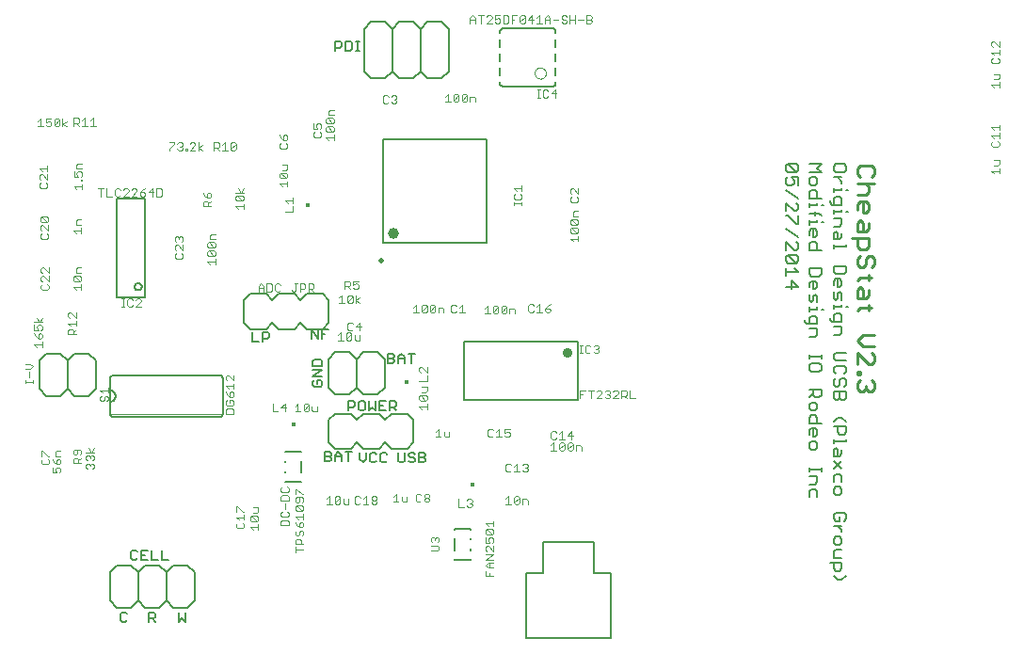
<source format=gto>
G75*
%MOIN*%
%OFA0B0*%
%FSLAX24Y24*%
%IPPOS*%
%LPD*%
%AMOC8*
5,1,8,0,0,1.08239X$1,22.5*
%
%ADD10C,0.0060*%
%ADD11C,0.0070*%
%ADD12C,0.0100*%
%ADD13C,0.0079*%
%ADD14C,0.0394*%
%ADD15C,0.0197*%
%ADD16C,0.0040*%
%ADD17R,0.0118X0.0157*%
%ADD18C,0.0050*%
%ADD19C,0.0020*%
%ADD20C,0.0080*%
%ADD21C,0.0348*%
%ADD22R,0.0157X0.0118*%
D10*
X003605Y001435D02*
X003855Y001185D01*
X004355Y001185D01*
X004605Y001435D01*
X004855Y001185D01*
X005355Y001185D01*
X005605Y001435D01*
X005855Y001185D01*
X006355Y001185D01*
X006605Y001435D01*
X006605Y002435D01*
X006355Y002685D01*
X005855Y002685D01*
X005605Y002435D01*
X005605Y001435D01*
X006035Y001030D02*
X006035Y000690D01*
X006148Y000803D01*
X006262Y000690D01*
X006262Y001030D01*
X005212Y000974D02*
X005212Y000860D01*
X005155Y000803D01*
X004985Y000803D01*
X004985Y000690D02*
X004985Y001030D01*
X005155Y001030D01*
X005212Y000974D01*
X005098Y000803D02*
X005212Y000690D01*
X004212Y000747D02*
X004155Y000690D01*
X004042Y000690D01*
X003985Y000747D01*
X003985Y000974D01*
X004042Y001030D01*
X004155Y001030D01*
X004212Y000974D01*
X004605Y001435D02*
X004605Y002435D01*
X004855Y002685D01*
X005355Y002685D01*
X005605Y002435D01*
X005687Y002885D02*
X005460Y002885D01*
X005460Y003225D01*
X005092Y003225D02*
X005092Y002885D01*
X005318Y002885D01*
X004950Y002885D02*
X004723Y002885D01*
X004723Y003225D01*
X004950Y003225D01*
X004837Y003055D02*
X004723Y003055D01*
X004582Y002942D02*
X004525Y002885D01*
X004412Y002885D01*
X004355Y002942D01*
X004355Y003169D01*
X004412Y003225D01*
X004525Y003225D01*
X004582Y003169D01*
X004355Y002685D02*
X003855Y002685D01*
X003605Y002435D01*
X003605Y001435D01*
X004605Y002435D02*
X004355Y002685D01*
X009816Y005645D02*
X009816Y005662D01*
X009816Y005645D02*
X010394Y005645D01*
X010394Y005662D01*
X010394Y005979D02*
X010394Y006391D01*
X010394Y006708D02*
X010394Y006725D01*
X009816Y006725D01*
X009816Y006708D01*
X009816Y006391D02*
X009816Y006354D01*
X009816Y006016D02*
X009816Y005979D01*
X011210Y006365D02*
X011380Y006365D01*
X011437Y006422D01*
X011437Y006478D01*
X011380Y006535D01*
X011210Y006535D01*
X011210Y006365D02*
X011210Y006705D01*
X011380Y006705D01*
X011437Y006649D01*
X011437Y006592D01*
X011380Y006535D01*
X011578Y006535D02*
X011805Y006535D01*
X011805Y006592D02*
X011805Y006365D01*
X011578Y006365D02*
X011578Y006592D01*
X011692Y006705D01*
X011805Y006592D01*
X011947Y006705D02*
X012173Y006705D01*
X012060Y006705D02*
X012060Y006365D01*
X012455Y006453D02*
X012568Y006340D01*
X012682Y006453D01*
X012682Y006680D01*
X012823Y006624D02*
X012823Y006397D01*
X012880Y006340D01*
X012994Y006340D01*
X013050Y006397D01*
X013192Y006397D02*
X013248Y006340D01*
X013362Y006340D01*
X013419Y006397D01*
X013419Y006624D02*
X013362Y006680D01*
X013248Y006680D01*
X013192Y006624D01*
X013192Y006397D01*
X013050Y006624D02*
X012994Y006680D01*
X012880Y006680D01*
X012823Y006624D01*
X012580Y006810D02*
X012355Y007035D01*
X012130Y006810D01*
X011580Y006810D01*
X011355Y007035D01*
X011355Y007835D01*
X011580Y008060D01*
X012130Y008060D01*
X012355Y007835D01*
X012580Y008060D01*
X013130Y008060D01*
X013355Y007835D01*
X013580Y008060D01*
X014130Y008060D01*
X014355Y007835D01*
X014355Y007035D01*
X014130Y006810D01*
X013580Y006810D01*
X013355Y007035D01*
X013130Y006810D01*
X012580Y006810D01*
X012455Y006680D02*
X012455Y006453D01*
X013810Y006397D02*
X013867Y006340D01*
X013980Y006340D01*
X014037Y006397D01*
X014037Y006680D01*
X014178Y006624D02*
X014178Y006567D01*
X014235Y006510D01*
X014348Y006510D01*
X014405Y006453D01*
X014405Y006397D01*
X014348Y006340D01*
X014235Y006340D01*
X014178Y006397D01*
X014178Y006624D02*
X014235Y006680D01*
X014348Y006680D01*
X014405Y006624D01*
X014547Y006680D02*
X014717Y006680D01*
X014773Y006624D01*
X014773Y006567D01*
X014717Y006510D01*
X014547Y006510D01*
X014717Y006510D02*
X014773Y006453D01*
X014773Y006397D01*
X014717Y006340D01*
X014547Y006340D01*
X014547Y006680D01*
X013810Y006680D02*
X013810Y006397D01*
X013744Y008165D02*
X013630Y008278D01*
X013687Y008278D02*
X013517Y008278D01*
X013517Y008165D02*
X013517Y008505D01*
X013687Y008505D01*
X013744Y008449D01*
X013744Y008335D01*
X013687Y008278D01*
X013375Y008165D02*
X013148Y008165D01*
X013148Y008505D01*
X013375Y008505D01*
X013262Y008335D02*
X013148Y008335D01*
X013007Y008165D02*
X013007Y008505D01*
X012780Y008505D02*
X012780Y008165D01*
X012893Y008278D01*
X013007Y008165D01*
X012639Y008222D02*
X012639Y008449D01*
X012582Y008505D01*
X012468Y008505D01*
X012412Y008449D01*
X012412Y008222D01*
X012468Y008165D01*
X012582Y008165D01*
X012639Y008222D01*
X012270Y008335D02*
X012270Y008449D01*
X012214Y008505D01*
X012043Y008505D01*
X012043Y008165D01*
X012043Y008278D02*
X012214Y008278D01*
X012270Y008335D01*
X012081Y008732D02*
X011581Y008732D01*
X011331Y008982D01*
X011331Y009982D01*
X011581Y010232D01*
X012081Y010232D01*
X012331Y009982D01*
X012581Y010232D01*
X013081Y010232D01*
X013331Y009982D01*
X013331Y008982D01*
X013081Y008732D01*
X012581Y008732D01*
X012331Y008982D01*
X012081Y008732D01*
X012331Y008982D02*
X012331Y009982D01*
X013436Y010012D02*
X013607Y010012D01*
X013663Y009956D01*
X013663Y009899D01*
X013607Y009842D01*
X013436Y009842D01*
X013436Y010183D01*
X013607Y010183D01*
X013663Y010126D01*
X013663Y010069D01*
X013607Y010012D01*
X013805Y010012D02*
X014032Y010012D01*
X014032Y010069D02*
X014032Y009842D01*
X014032Y010069D02*
X013918Y010183D01*
X013805Y010069D01*
X013805Y009842D01*
X014286Y009842D02*
X014286Y010183D01*
X014173Y010183D02*
X014400Y010183D01*
X011330Y011055D02*
X011103Y011055D01*
X011103Y010715D01*
X010962Y010715D02*
X010962Y011055D01*
X011130Y011060D02*
X011355Y011285D01*
X011355Y012085D01*
X011130Y012310D01*
X010580Y012310D01*
X010355Y012085D01*
X010130Y012310D01*
X009580Y012310D01*
X009355Y012085D01*
X009130Y012310D01*
X008580Y012310D01*
X008355Y012085D01*
X008355Y011285D01*
X008580Y011060D01*
X009130Y011060D01*
X009355Y011285D01*
X009580Y011060D01*
X010130Y011060D01*
X010355Y011285D01*
X010580Y011060D01*
X011130Y011060D01*
X011103Y010885D02*
X011217Y010885D01*
X010962Y010715D02*
X010735Y011055D01*
X010735Y010715D01*
X010841Y009978D02*
X010785Y009922D01*
X010785Y009752D01*
X011125Y009752D01*
X011125Y009922D01*
X011068Y009978D01*
X010841Y009978D01*
X010785Y009610D02*
X011125Y009610D01*
X010785Y009383D01*
X011125Y009383D01*
X011068Y009242D02*
X010955Y009242D01*
X010955Y009128D01*
X011068Y009015D02*
X011125Y009072D01*
X011125Y009185D01*
X011068Y009242D01*
X010841Y009242D02*
X010785Y009185D01*
X010785Y009072D01*
X010841Y009015D01*
X011068Y009015D01*
X009003Y010615D02*
X009003Y010955D01*
X009173Y010955D01*
X009230Y010899D01*
X009230Y010785D01*
X009173Y010728D01*
X009003Y010728D01*
X008862Y010615D02*
X008635Y010615D01*
X008635Y010955D01*
X007445Y009425D02*
X003745Y009425D01*
X003725Y009425D01*
X003704Y009421D01*
X003685Y009415D01*
X003667Y009406D01*
X003650Y009394D01*
X003636Y009379D01*
X003624Y009363D01*
X003615Y009345D01*
X003609Y009325D01*
X003605Y009305D01*
X003605Y008885D01*
X003605Y008485D01*
X003605Y008065D01*
X003609Y008044D01*
X003616Y008024D01*
X003626Y008005D01*
X003639Y007988D01*
X003655Y007974D01*
X003673Y007962D01*
X003692Y007953D01*
X003713Y007947D01*
X003734Y007944D01*
X003755Y007945D01*
X007455Y007945D01*
X007476Y007944D01*
X007497Y007947D01*
X007518Y007953D01*
X007537Y007962D01*
X007555Y007974D01*
X007571Y007988D01*
X007584Y008005D01*
X007594Y008024D01*
X007601Y008044D01*
X007605Y008065D01*
X007605Y009305D01*
X007600Y009327D01*
X007592Y009347D01*
X007580Y009366D01*
X007566Y009383D01*
X007550Y009398D01*
X007531Y009410D01*
X007511Y009418D01*
X007489Y009424D01*
X007467Y009426D01*
X007445Y009425D01*
X003605Y008885D02*
X003632Y008883D01*
X003659Y008878D01*
X003685Y008868D01*
X003709Y008856D01*
X003731Y008840D01*
X003751Y008822D01*
X003768Y008800D01*
X003783Y008777D01*
X003793Y008752D01*
X003801Y008726D01*
X003805Y008699D01*
X003805Y008671D01*
X003801Y008644D01*
X003793Y008618D01*
X003783Y008593D01*
X003768Y008570D01*
X003751Y008548D01*
X003731Y008530D01*
X003709Y008514D01*
X003685Y008502D01*
X003659Y008492D01*
X003632Y008487D01*
X003605Y008485D01*
X003105Y008935D02*
X002855Y008685D01*
X002355Y008685D01*
X002105Y008935D01*
X001855Y008685D01*
X001355Y008685D01*
X001105Y008935D01*
X001105Y009935D01*
X001355Y010185D01*
X001855Y010185D01*
X002105Y009935D01*
X002355Y010185D01*
X002855Y010185D01*
X003105Y009935D01*
X003105Y008935D01*
X002105Y008935D02*
X002105Y009935D01*
X015816Y003975D02*
X015816Y003958D01*
X015816Y003975D02*
X016394Y003975D01*
X016394Y003958D01*
X016394Y003641D02*
X016394Y003604D01*
X016394Y003266D02*
X016394Y003229D01*
X015816Y003229D02*
X015816Y003641D01*
X015816Y002912D02*
X015816Y002895D01*
X016394Y002895D01*
X016394Y002912D01*
X027755Y012473D02*
X027755Y012766D01*
X027975Y012546D01*
X027535Y012546D01*
X027535Y012933D02*
X027535Y013227D01*
X027535Y013080D02*
X027975Y013080D01*
X027829Y013227D01*
X027902Y013394D02*
X027608Y013394D01*
X027535Y013467D01*
X027535Y013614D01*
X027608Y013687D01*
X027902Y013394D01*
X027975Y013467D01*
X027975Y013614D01*
X027902Y013687D01*
X027608Y013687D01*
X027535Y013854D02*
X027535Y014148D01*
X027829Y013854D01*
X027902Y013854D01*
X027975Y013927D01*
X027975Y014074D01*
X027902Y014148D01*
X027975Y014314D02*
X027535Y014608D01*
X027902Y014775D02*
X027608Y015068D01*
X027535Y015068D01*
X027535Y015235D02*
X027535Y015529D01*
X027829Y015235D01*
X027902Y015235D01*
X027975Y015309D01*
X027975Y015455D01*
X027902Y015529D01*
X027975Y015696D02*
X027535Y015989D01*
X027608Y016156D02*
X027535Y016229D01*
X027535Y016376D01*
X027608Y016450D01*
X027755Y016450D02*
X027829Y016303D01*
X027829Y016229D01*
X027755Y016156D01*
X027608Y016156D01*
X027975Y016156D02*
X027975Y016450D01*
X027755Y016450D01*
X027608Y016616D02*
X027535Y016690D01*
X027535Y016837D01*
X027608Y016910D01*
X027902Y016616D01*
X027608Y016616D01*
X027902Y016616D02*
X027975Y016690D01*
X027975Y016837D01*
X027902Y016910D01*
X027608Y016910D01*
X027975Y015068D02*
X027975Y014775D01*
X027902Y014775D01*
X019389Y019764D02*
X019389Y019815D01*
X019389Y019760D02*
X019388Y019743D01*
X019383Y019726D01*
X019376Y019711D01*
X019366Y019697D01*
X019354Y019685D01*
X019340Y019675D01*
X019325Y019668D01*
X019308Y019663D01*
X019291Y019662D01*
X019287Y019661D02*
X017519Y019661D01*
X017519Y019662D02*
X017502Y019663D01*
X017485Y019668D01*
X017470Y019675D01*
X017456Y019685D01*
X017444Y019697D01*
X017434Y019711D01*
X017427Y019726D01*
X017422Y019743D01*
X017421Y019760D01*
X017421Y019764D02*
X017421Y019815D01*
X017421Y020059D02*
X017421Y020311D01*
X017421Y020559D02*
X017421Y020811D01*
X017421Y021059D02*
X017421Y021311D01*
X017421Y021555D02*
X017421Y021614D01*
X017421Y021610D02*
X017422Y021627D01*
X017427Y021644D01*
X017434Y021659D01*
X017444Y021673D01*
X017456Y021685D01*
X017470Y021695D01*
X017485Y021702D01*
X017502Y021707D01*
X017519Y021708D01*
X017519Y021709D02*
X019291Y021709D01*
X019291Y021708D02*
X019308Y021707D01*
X019325Y021702D01*
X019340Y021695D01*
X019354Y021685D01*
X019366Y021673D01*
X019376Y021659D01*
X019383Y021644D01*
X019388Y021627D01*
X019389Y021610D01*
X019389Y021602D02*
X019389Y021551D01*
X019389Y021311D02*
X019389Y021055D01*
X019389Y020811D02*
X019389Y020555D01*
X019389Y020311D02*
X019389Y020059D01*
X015605Y020185D02*
X015355Y019935D01*
X014855Y019935D01*
X014605Y020185D01*
X014605Y021685D01*
X014855Y021935D01*
X015355Y021935D01*
X015605Y021685D01*
X015605Y020185D01*
X014605Y020185D02*
X014355Y019935D01*
X013855Y019935D01*
X013605Y020185D01*
X013605Y021685D01*
X013855Y021935D01*
X014355Y021935D01*
X014605Y021685D01*
X013605Y021685D02*
X013355Y021935D01*
X012855Y021935D01*
X012605Y021685D01*
X012605Y020185D01*
X012855Y019935D01*
X013355Y019935D01*
X013605Y020185D01*
X012435Y020915D02*
X012322Y020915D01*
X012378Y020915D02*
X012378Y021255D01*
X012322Y021255D02*
X012435Y021255D01*
X012180Y021199D02*
X012180Y020972D01*
X012123Y020915D01*
X011953Y020915D01*
X011953Y021255D01*
X012123Y021255D01*
X012180Y021199D01*
X011812Y021199D02*
X011812Y021085D01*
X011755Y021028D01*
X011585Y021028D01*
X011585Y020915D02*
X011585Y021255D01*
X011755Y021255D01*
X011812Y021199D01*
D11*
X028365Y016900D02*
X028795Y016900D01*
X028652Y016757D01*
X028795Y016613D01*
X028365Y016613D01*
X028437Y016440D02*
X028365Y016368D01*
X028365Y016224D01*
X028437Y016153D01*
X028580Y016153D01*
X028652Y016224D01*
X028652Y016368D01*
X028580Y016440D01*
X028437Y016440D01*
X028437Y015979D02*
X028580Y015979D01*
X028652Y015907D01*
X028652Y015692D01*
X028795Y015692D02*
X028365Y015692D01*
X028365Y015907D01*
X028437Y015979D01*
X028365Y015519D02*
X028365Y015375D01*
X028365Y015447D02*
X028652Y015447D01*
X028652Y015519D01*
X028795Y015447D02*
X028867Y015447D01*
X029097Y015534D02*
X029168Y015462D01*
X029527Y015462D01*
X029527Y015677D01*
X029455Y015749D01*
X029312Y015749D01*
X029240Y015677D01*
X029240Y015462D01*
X029097Y015534D02*
X029097Y015606D01*
X029240Y015912D02*
X029240Y016056D01*
X029240Y015984D02*
X029527Y015984D01*
X029527Y016056D01*
X029670Y015984D02*
X029742Y015984D01*
X029527Y016224D02*
X029527Y016296D01*
X029383Y016440D01*
X029240Y016440D02*
X029527Y016440D01*
X029599Y016613D02*
X029670Y016685D01*
X029670Y016828D01*
X029599Y016900D01*
X029312Y016900D01*
X029240Y016828D01*
X029240Y016685D01*
X029312Y016613D01*
X029599Y016613D01*
X029527Y015289D02*
X029527Y015217D01*
X029240Y015217D01*
X029240Y015289D02*
X029240Y015145D01*
X029240Y014982D02*
X029527Y014982D01*
X029527Y014767D01*
X029455Y014695D01*
X029240Y014695D01*
X029312Y014521D02*
X029383Y014450D01*
X029383Y014234D01*
X029455Y014234D02*
X029240Y014234D01*
X029240Y014450D01*
X029312Y014521D01*
X029527Y014450D02*
X029527Y014306D01*
X029455Y014234D01*
X029240Y014061D02*
X029240Y013917D01*
X029240Y013989D02*
X029670Y013989D01*
X029670Y014061D01*
X028795Y013851D02*
X028365Y013851D01*
X028365Y014066D01*
X028437Y014138D01*
X028580Y014138D01*
X028652Y014066D01*
X028652Y013851D01*
X028580Y014311D02*
X028508Y014311D01*
X028508Y014598D01*
X028437Y014598D02*
X028580Y014598D01*
X028652Y014526D01*
X028652Y014383D01*
X028580Y014311D01*
X028365Y014383D02*
X028365Y014526D01*
X028437Y014598D01*
X028365Y014762D02*
X028365Y014905D01*
X028365Y014833D02*
X028652Y014833D01*
X028652Y014905D01*
X028795Y014833D02*
X028867Y014833D01*
X028795Y015068D02*
X028724Y015140D01*
X028365Y015140D01*
X028580Y015212D02*
X028580Y015068D01*
X029670Y015217D02*
X029742Y015217D01*
X029670Y013294D02*
X029240Y013294D01*
X029240Y013078D01*
X029312Y013007D01*
X029599Y013007D01*
X029670Y013078D01*
X029670Y013294D01*
X029455Y012833D02*
X029312Y012833D01*
X029240Y012761D01*
X029240Y012618D01*
X029383Y012546D02*
X029383Y012833D01*
X029455Y012833D02*
X029527Y012761D01*
X029527Y012618D01*
X029455Y012546D01*
X029383Y012546D01*
X029455Y012373D02*
X029527Y012301D01*
X029527Y012086D01*
X029383Y012158D02*
X029383Y012301D01*
X029455Y012373D01*
X029240Y012373D02*
X029240Y012158D01*
X029312Y012086D01*
X029383Y012158D01*
X029240Y011912D02*
X029240Y011769D01*
X029240Y011841D02*
X029527Y011841D01*
X029527Y011912D01*
X029670Y011841D02*
X029742Y011841D01*
X029455Y011605D02*
X029312Y011605D01*
X029240Y011534D01*
X029240Y011319D01*
X029168Y011319D02*
X029527Y011319D01*
X029527Y011534D01*
X029455Y011605D01*
X029097Y011462D02*
X029097Y011390D01*
X029168Y011319D01*
X029240Y011145D02*
X029527Y011145D01*
X029527Y010930D01*
X029455Y010858D01*
X029240Y010858D01*
X028652Y010853D02*
X028580Y010781D01*
X028365Y010781D01*
X028365Y011068D02*
X028652Y011068D01*
X028652Y010853D01*
X028652Y011242D02*
X028652Y011457D01*
X028580Y011529D01*
X028437Y011529D01*
X028365Y011457D01*
X028365Y011242D01*
X028293Y011242D02*
X028652Y011242D01*
X028293Y011242D02*
X028222Y011314D01*
X028222Y011385D01*
X028365Y011692D02*
X028365Y011836D01*
X028365Y011764D02*
X028652Y011764D01*
X028652Y011836D01*
X028795Y011764D02*
X028867Y011764D01*
X028652Y012009D02*
X028652Y012224D01*
X028580Y012296D01*
X028508Y012224D01*
X028508Y012081D01*
X028437Y012009D01*
X028365Y012081D01*
X028365Y012296D01*
X028508Y012470D02*
X028508Y012756D01*
X028437Y012756D02*
X028580Y012756D01*
X028652Y012685D01*
X028652Y012541D01*
X028580Y012470D01*
X028508Y012470D01*
X028365Y012541D02*
X028365Y012685D01*
X028437Y012756D01*
X028437Y012930D02*
X028724Y012930D01*
X028795Y013002D01*
X028795Y013217D01*
X028365Y013217D01*
X028365Y013002D01*
X028437Y012930D01*
X028365Y010148D02*
X028365Y010004D01*
X028365Y010076D02*
X028795Y010076D01*
X028795Y010148D02*
X028795Y010004D01*
X028724Y009841D02*
X028437Y009841D01*
X028365Y009769D01*
X028365Y009625D01*
X028437Y009554D01*
X028724Y009554D01*
X028795Y009625D01*
X028795Y009769D01*
X028724Y009841D01*
X029240Y009692D02*
X029240Y009549D01*
X029312Y009477D01*
X029312Y009304D02*
X029240Y009232D01*
X029240Y009088D01*
X029312Y009017D01*
X029383Y009017D01*
X029455Y009088D01*
X029455Y009232D01*
X029527Y009304D01*
X029599Y009304D01*
X029670Y009232D01*
X029670Y009088D01*
X029599Y009017D01*
X029670Y008843D02*
X029240Y008843D01*
X029240Y008628D01*
X029312Y008556D01*
X029383Y008556D01*
X029455Y008628D01*
X029455Y008843D01*
X029455Y008628D02*
X029527Y008556D01*
X029599Y008556D01*
X029670Y008628D01*
X029670Y008843D01*
X028795Y008920D02*
X028795Y008705D01*
X028724Y008633D01*
X028580Y008633D01*
X028508Y008705D01*
X028508Y008920D01*
X028365Y008920D02*
X028795Y008920D01*
X028508Y008776D02*
X028365Y008633D01*
X028437Y008459D02*
X028365Y008388D01*
X028365Y008244D01*
X028437Y008173D01*
X028580Y008173D01*
X028652Y008244D01*
X028652Y008388D01*
X028580Y008459D01*
X028437Y008459D01*
X028437Y007999D02*
X028580Y007999D01*
X028652Y007927D01*
X028652Y007712D01*
X028795Y007712D02*
X028365Y007712D01*
X028365Y007927D01*
X028437Y007999D01*
X028437Y007539D02*
X028580Y007539D01*
X028652Y007467D01*
X028652Y007324D01*
X028580Y007252D01*
X028508Y007252D01*
X028508Y007539D01*
X028437Y007539D02*
X028365Y007467D01*
X028365Y007324D01*
X028437Y007078D02*
X028365Y007007D01*
X028365Y006863D01*
X028437Y006791D01*
X028580Y006791D01*
X028652Y006863D01*
X028652Y007007D01*
X028580Y007078D01*
X028437Y007078D01*
X029240Y007083D02*
X029670Y007083D01*
X029670Y007155D01*
X029599Y007329D02*
X029455Y007329D01*
X029383Y007400D01*
X029383Y007615D01*
X029240Y007615D02*
X029670Y007615D01*
X029670Y007400D01*
X029599Y007329D01*
X029240Y007155D02*
X029240Y007012D01*
X029312Y006848D02*
X029383Y006776D01*
X029383Y006561D01*
X029455Y006561D02*
X029240Y006561D01*
X029240Y006776D01*
X029312Y006848D01*
X029527Y006776D02*
X029527Y006633D01*
X029455Y006561D01*
X029527Y006388D02*
X029240Y006101D01*
X029312Y005927D02*
X029240Y005856D01*
X029240Y005640D01*
X029312Y005467D02*
X029240Y005395D01*
X029240Y005252D01*
X029312Y005180D01*
X029455Y005180D01*
X029527Y005252D01*
X029527Y005395D01*
X029455Y005467D01*
X029312Y005467D01*
X029527Y005640D02*
X029527Y005856D01*
X029455Y005927D01*
X029312Y005927D01*
X029527Y006101D02*
X029240Y006388D01*
X028795Y006158D02*
X028795Y006014D01*
X028795Y006086D02*
X028365Y006086D01*
X028365Y006158D02*
X028365Y006014D01*
X028365Y005851D02*
X028652Y005851D01*
X028652Y005635D01*
X028580Y005564D01*
X028365Y005564D01*
X028437Y005390D02*
X028365Y005318D01*
X028365Y005103D01*
X028652Y005103D02*
X028652Y005318D01*
X028580Y005390D01*
X028437Y005390D01*
X029312Y004546D02*
X029240Y004474D01*
X029240Y004331D01*
X029312Y004259D01*
X029455Y004259D01*
X029455Y004403D01*
X029599Y004546D02*
X029312Y004546D01*
X029599Y004546D02*
X029670Y004474D01*
X029670Y004331D01*
X029599Y004259D01*
X029527Y004086D02*
X029240Y004086D01*
X029383Y004086D02*
X029527Y003942D01*
X029527Y003871D01*
X029455Y003702D02*
X029312Y003702D01*
X029240Y003630D01*
X029240Y003487D01*
X029312Y003415D01*
X029455Y003415D01*
X029527Y003487D01*
X029527Y003630D01*
X029455Y003702D01*
X029527Y003242D02*
X029312Y003242D01*
X029240Y003170D01*
X029240Y002955D01*
X029527Y002955D01*
X029527Y002781D02*
X029527Y002566D01*
X029455Y002494D01*
X029312Y002494D01*
X029240Y002566D01*
X029240Y002781D01*
X029097Y002781D02*
X029527Y002781D01*
X029670Y002321D02*
X029527Y002177D01*
X029383Y002177D01*
X029240Y002321D01*
X029240Y007779D02*
X029383Y007922D01*
X029527Y007922D01*
X029670Y007779D01*
X029599Y009477D02*
X029670Y009549D01*
X029670Y009692D01*
X029599Y009764D01*
X029312Y009764D01*
X029240Y009692D01*
X029312Y009937D02*
X029670Y009937D01*
X029670Y010224D02*
X029312Y010224D01*
X029240Y010153D01*
X029240Y010009D01*
X029312Y009937D01*
D12*
X030080Y009799D02*
X030080Y010200D01*
X030480Y009799D01*
X030580Y009799D01*
X030681Y009899D01*
X030681Y010100D01*
X030580Y010200D01*
X030681Y010444D02*
X030280Y010444D01*
X030080Y010644D01*
X030280Y010844D01*
X030681Y010844D01*
X030480Y011718D02*
X030480Y011918D01*
X030580Y011818D02*
X030180Y011818D01*
X030080Y011718D01*
X030080Y012163D02*
X030080Y012463D01*
X030180Y012563D01*
X030280Y012463D01*
X030280Y012163D01*
X030380Y012163D02*
X030080Y012163D01*
X030380Y012163D02*
X030480Y012263D01*
X030480Y012463D01*
X030480Y012793D02*
X030480Y012993D01*
X030580Y012893D02*
X030180Y012893D01*
X030080Y012793D01*
X030180Y013237D02*
X030080Y013337D01*
X030080Y013537D01*
X030180Y013637D01*
X030380Y013537D02*
X030380Y013337D01*
X030280Y013237D01*
X030180Y013237D01*
X030380Y013537D02*
X030480Y013637D01*
X030580Y013637D01*
X030681Y013537D01*
X030681Y013337D01*
X030580Y013237D01*
X030380Y013881D02*
X030180Y013881D01*
X030080Y013982D01*
X030080Y014282D01*
X029880Y014282D02*
X030480Y014282D01*
X030480Y013982D01*
X030380Y013881D01*
X030380Y014526D02*
X030080Y014526D01*
X030080Y014826D01*
X030180Y014926D01*
X030280Y014826D01*
X030280Y014526D01*
X030380Y014526D02*
X030480Y014626D01*
X030480Y014826D01*
X030380Y015171D02*
X030280Y015171D01*
X030280Y015571D01*
X030180Y015571D02*
X030380Y015571D01*
X030480Y015471D01*
X030480Y015271D01*
X030380Y015171D01*
X030080Y015271D02*
X030080Y015471D01*
X030180Y015571D01*
X030080Y015815D02*
X030380Y015815D01*
X030480Y015915D01*
X030480Y016115D01*
X030380Y016215D01*
X030080Y016215D02*
X030681Y016215D01*
X030580Y016460D02*
X030681Y016560D01*
X030681Y016760D01*
X030580Y016860D01*
X030180Y016860D01*
X030080Y016760D01*
X030080Y016560D01*
X030180Y016460D01*
X030180Y009555D02*
X030180Y009455D01*
X030080Y009455D01*
X030080Y009555D01*
X030180Y009555D01*
X030180Y009233D02*
X030080Y009133D01*
X030080Y008933D01*
X030180Y008832D01*
X030280Y008832D01*
X030380Y008933D01*
X030380Y009033D01*
X030380Y008933D02*
X030480Y008832D01*
X030580Y008832D01*
X030681Y008933D01*
X030681Y009133D01*
X030580Y009233D01*
D13*
X016936Y014104D02*
X016936Y017766D01*
X013274Y017766D01*
X013274Y014104D01*
X016936Y014104D01*
D14*
X013629Y014459D03*
D15*
X013215Y013474D03*
D16*
X012406Y012760D02*
X012220Y012760D01*
X012220Y012620D01*
X012313Y012667D01*
X012360Y012667D01*
X012406Y012620D01*
X012406Y012527D01*
X012360Y012480D01*
X012266Y012480D01*
X012220Y012527D01*
X012112Y012480D02*
X012018Y012573D01*
X012065Y012573D02*
X011925Y012573D01*
X011925Y012480D02*
X011925Y012760D01*
X012065Y012760D01*
X012112Y012714D01*
X012112Y012620D01*
X012065Y012573D01*
X012066Y012260D02*
X012160Y012260D01*
X012206Y012214D01*
X012020Y012027D01*
X012066Y011980D01*
X012160Y011980D01*
X012206Y012027D01*
X012206Y012214D01*
X012314Y012260D02*
X012314Y011980D01*
X012314Y012073D02*
X012454Y012167D01*
X012314Y012073D02*
X012454Y011980D01*
X012020Y012027D02*
X012020Y012214D01*
X012066Y012260D01*
X011818Y012260D02*
X011818Y011980D01*
X011725Y011980D02*
X011912Y011980D01*
X011725Y012167D02*
X011818Y012260D01*
X010817Y012385D02*
X010724Y012478D01*
X010770Y012478D02*
X010630Y012478D01*
X010630Y012385D02*
X010630Y012665D01*
X010770Y012665D01*
X010817Y012619D01*
X010817Y012525D01*
X010770Y012478D01*
X010523Y012525D02*
X010523Y012619D01*
X010476Y012665D01*
X010336Y012665D01*
X010336Y012385D01*
X010336Y012478D02*
X010476Y012478D01*
X010523Y012525D01*
X010228Y012665D02*
X010134Y012665D01*
X010181Y012665D02*
X010181Y012432D01*
X010134Y012385D01*
X010088Y012385D01*
X010041Y012432D01*
X009933Y012338D02*
X009746Y012338D01*
X009639Y012432D02*
X009592Y012385D01*
X009498Y012385D01*
X009452Y012432D01*
X009452Y012619D01*
X009498Y012665D01*
X009592Y012665D01*
X009639Y012619D01*
X009344Y012619D02*
X009344Y012432D01*
X009297Y012385D01*
X009157Y012385D01*
X009157Y012665D01*
X009297Y012665D01*
X009344Y012619D01*
X009049Y012572D02*
X009049Y012385D01*
X009049Y012525D02*
X008862Y012525D01*
X008862Y012572D02*
X008862Y012385D01*
X008862Y012572D02*
X008956Y012665D01*
X009049Y012572D01*
X007335Y013355D02*
X007335Y013542D01*
X007335Y013448D02*
X007055Y013448D01*
X007148Y013355D01*
X007101Y013650D02*
X007055Y013696D01*
X007055Y013790D01*
X007101Y013836D01*
X007288Y013650D01*
X007335Y013696D01*
X007335Y013790D01*
X007288Y013836D01*
X007101Y013836D01*
X007101Y013944D02*
X007055Y013991D01*
X007055Y014084D01*
X007101Y014131D01*
X007288Y013944D01*
X007335Y013991D01*
X007335Y014084D01*
X007288Y014131D01*
X007101Y014131D01*
X007148Y014239D02*
X007148Y014379D01*
X007195Y014426D01*
X007335Y014426D01*
X007335Y014239D02*
X007148Y014239D01*
X007101Y013944D02*
X007288Y013944D01*
X007288Y013650D02*
X007101Y013650D01*
X006185Y013602D02*
X006185Y013695D01*
X006138Y013742D01*
X006185Y013850D02*
X005998Y014036D01*
X005951Y014036D01*
X005905Y013990D01*
X005905Y013896D01*
X005951Y013850D01*
X005951Y013742D02*
X005905Y013695D01*
X005905Y013602D01*
X005951Y013555D01*
X006138Y013555D01*
X006185Y013602D01*
X006185Y013850D02*
X006185Y014036D01*
X006138Y014144D02*
X006185Y014191D01*
X006185Y014284D01*
X006138Y014331D01*
X006092Y014331D01*
X006045Y014284D01*
X006045Y014238D01*
X006045Y014284D02*
X005998Y014331D01*
X005951Y014331D01*
X005905Y014284D01*
X005905Y014191D01*
X005951Y014144D01*
X006905Y015405D02*
X006905Y015545D01*
X006951Y015592D01*
X007045Y015592D01*
X007092Y015545D01*
X007092Y015405D01*
X007185Y015405D02*
X006905Y015405D01*
X007092Y015498D02*
X007185Y015592D01*
X007138Y015700D02*
X007185Y015746D01*
X007185Y015840D01*
X007138Y015886D01*
X007092Y015886D01*
X007045Y015840D01*
X007045Y015700D01*
X007138Y015700D01*
X007045Y015700D02*
X006951Y015793D01*
X006905Y015886D01*
X008055Y015894D02*
X008335Y015894D01*
X008242Y015894D02*
X008148Y016034D01*
X008242Y015894D02*
X008335Y016034D01*
X008288Y015786D02*
X008335Y015740D01*
X008335Y015646D01*
X008288Y015600D01*
X008101Y015786D01*
X008288Y015786D01*
X008288Y015600D02*
X008101Y015600D01*
X008055Y015646D01*
X008055Y015740D01*
X008101Y015786D01*
X008335Y015492D02*
X008335Y015305D01*
X008335Y015398D02*
X008055Y015398D01*
X008148Y015305D01*
X009805Y015230D02*
X010085Y015230D01*
X010085Y015417D01*
X010085Y015525D02*
X010085Y015711D01*
X010085Y015618D02*
X009805Y015618D01*
X009898Y015525D01*
X009885Y016105D02*
X009885Y016292D01*
X009885Y016198D02*
X009605Y016198D01*
X009698Y016105D01*
X009651Y016400D02*
X009605Y016446D01*
X009605Y016540D01*
X009651Y016586D01*
X009838Y016400D01*
X009885Y016446D01*
X009885Y016540D01*
X009838Y016586D01*
X009651Y016586D01*
X009698Y016694D02*
X009838Y016694D01*
X009885Y016741D01*
X009885Y016881D01*
X009698Y016881D01*
X009651Y017455D02*
X009838Y017455D01*
X009885Y017502D01*
X009885Y017595D01*
X009838Y017642D01*
X009838Y017750D02*
X009885Y017796D01*
X009885Y017890D01*
X009838Y017936D01*
X009792Y017936D01*
X009745Y017890D01*
X009745Y017750D01*
X009838Y017750D01*
X009745Y017750D02*
X009651Y017843D01*
X009605Y017936D01*
X009651Y017642D02*
X009605Y017595D01*
X009605Y017502D01*
X009651Y017455D01*
X010805Y017902D02*
X010851Y017855D01*
X011038Y017855D01*
X011085Y017902D01*
X011085Y017995D01*
X011038Y018042D01*
X011038Y018150D02*
X011085Y018196D01*
X011085Y018290D01*
X011038Y018336D01*
X010945Y018336D01*
X010898Y018290D01*
X010898Y018243D01*
X010945Y018150D01*
X010805Y018150D01*
X010805Y018336D01*
X010851Y018042D02*
X010805Y017995D01*
X010805Y017902D01*
X011255Y017848D02*
X011348Y017755D01*
X011255Y017848D02*
X011535Y017848D01*
X011535Y017755D02*
X011535Y017942D01*
X011488Y018050D02*
X011301Y018050D01*
X011255Y018096D01*
X011255Y018190D01*
X011301Y018236D01*
X011488Y018050D01*
X011535Y018096D01*
X011535Y018190D01*
X011488Y018236D01*
X011301Y018236D01*
X011301Y018344D02*
X011255Y018391D01*
X011255Y018484D01*
X011301Y018531D01*
X011488Y018344D01*
X011535Y018391D01*
X011535Y018484D01*
X011488Y018531D01*
X011301Y018531D01*
X011348Y018639D02*
X011348Y018779D01*
X011395Y018826D01*
X011535Y018826D01*
X011535Y018639D02*
X011348Y018639D01*
X011301Y018344D02*
X011488Y018344D01*
X013275Y019102D02*
X013275Y019289D01*
X013322Y019335D01*
X013415Y019335D01*
X013462Y019289D01*
X013570Y019289D02*
X013616Y019335D01*
X013710Y019335D01*
X013756Y019289D01*
X013756Y019242D01*
X013710Y019195D01*
X013756Y019148D01*
X013756Y019102D01*
X013710Y019055D01*
X013616Y019055D01*
X013570Y019102D01*
X013462Y019102D02*
X013415Y019055D01*
X013322Y019055D01*
X013275Y019102D01*
X013663Y019195D02*
X013710Y019195D01*
X015475Y019105D02*
X015662Y019105D01*
X015568Y019105D02*
X015568Y019385D01*
X015475Y019292D01*
X015770Y019339D02*
X015816Y019385D01*
X015910Y019385D01*
X015956Y019339D01*
X015770Y019152D01*
X015816Y019105D01*
X015910Y019105D01*
X015956Y019152D01*
X015956Y019339D01*
X016064Y019339D02*
X016111Y019385D01*
X016204Y019385D01*
X016251Y019339D01*
X016064Y019152D01*
X016111Y019105D01*
X016204Y019105D01*
X016251Y019152D01*
X016251Y019339D01*
X016359Y019292D02*
X016499Y019292D01*
X016546Y019245D01*
X016546Y019105D01*
X016359Y019105D02*
X016359Y019292D01*
X016064Y019339D02*
X016064Y019152D01*
X015770Y019152D02*
X015770Y019339D01*
X018739Y019260D02*
X018833Y019260D01*
X018786Y019260D02*
X018786Y019540D01*
X018739Y019540D02*
X018833Y019540D01*
X018936Y019494D02*
X018936Y019307D01*
X018982Y019260D01*
X019076Y019260D01*
X019123Y019307D01*
X019230Y019400D02*
X019417Y019400D01*
X019370Y019260D02*
X019370Y019540D01*
X019230Y019400D01*
X019123Y019494D02*
X019076Y019540D01*
X018982Y019540D01*
X018936Y019494D01*
X018899Y021885D02*
X018712Y021885D01*
X018806Y021885D02*
X018806Y022165D01*
X018712Y022072D01*
X018605Y022025D02*
X018418Y022025D01*
X018558Y022165D01*
X018558Y021885D01*
X018310Y021932D02*
X018310Y022119D01*
X018123Y021932D01*
X018170Y021885D01*
X018263Y021885D01*
X018310Y021932D01*
X018310Y022119D02*
X018263Y022165D01*
X018170Y022165D01*
X018123Y022119D01*
X018123Y021932D01*
X017922Y022025D02*
X017828Y022025D01*
X017828Y021885D02*
X017828Y022165D01*
X018015Y022165D01*
X017721Y022119D02*
X017721Y021932D01*
X017674Y021885D01*
X017534Y021885D01*
X017534Y022165D01*
X017674Y022165D01*
X017721Y022119D01*
X017426Y022165D02*
X017239Y022165D01*
X017239Y022025D01*
X017333Y022072D01*
X017379Y022072D01*
X017426Y022025D01*
X017426Y021932D01*
X017379Y021885D01*
X017286Y021885D01*
X017239Y021932D01*
X017131Y021885D02*
X016945Y021885D01*
X017131Y022072D01*
X017131Y022119D01*
X017085Y022165D01*
X016991Y022165D01*
X016945Y022119D01*
X016837Y022165D02*
X016650Y022165D01*
X016743Y022165D02*
X016743Y021885D01*
X016542Y021885D02*
X016542Y022072D01*
X016449Y022165D01*
X016355Y022072D01*
X016355Y021885D01*
X016355Y022025D02*
X016542Y022025D01*
X019007Y022025D02*
X019194Y022025D01*
X019194Y022072D02*
X019194Y021885D01*
X019302Y022025D02*
X019489Y022025D01*
X019596Y022072D02*
X019643Y022025D01*
X019737Y022025D01*
X019783Y021978D01*
X019783Y021932D01*
X019737Y021885D01*
X019643Y021885D01*
X019596Y021932D01*
X019596Y022072D02*
X019596Y022119D01*
X019643Y022165D01*
X019737Y022165D01*
X019783Y022119D01*
X019891Y022165D02*
X019891Y021885D01*
X019891Y022025D02*
X020078Y022025D01*
X020186Y022025D02*
X020373Y022025D01*
X020480Y022025D02*
X020620Y022025D01*
X020667Y021978D01*
X020667Y021932D01*
X020620Y021885D01*
X020480Y021885D01*
X020480Y022165D01*
X020620Y022165D01*
X020667Y022119D01*
X020667Y022072D01*
X020620Y022025D01*
X020078Y022165D02*
X020078Y021885D01*
X019194Y022072D02*
X019101Y022165D01*
X019007Y022072D01*
X019007Y021885D01*
X009838Y016400D02*
X009651Y016400D01*
X008067Y017432D02*
X008020Y017385D01*
X007927Y017385D01*
X007880Y017432D01*
X008067Y017619D01*
X008067Y017432D01*
X008067Y017619D02*
X008020Y017665D01*
X007927Y017665D01*
X007880Y017619D01*
X007880Y017432D01*
X007773Y017385D02*
X007586Y017385D01*
X007679Y017385D02*
X007679Y017665D01*
X007586Y017572D01*
X007478Y017619D02*
X007478Y017525D01*
X007431Y017478D01*
X007291Y017478D01*
X007291Y017385D02*
X007291Y017665D01*
X007431Y017665D01*
X007478Y017619D01*
X007384Y017478D02*
X007478Y017385D01*
X006870Y017385D02*
X006729Y017478D01*
X006870Y017572D01*
X006729Y017665D02*
X006729Y017385D01*
X006622Y017385D02*
X006435Y017385D01*
X006622Y017572D01*
X006622Y017619D01*
X006575Y017665D01*
X006482Y017665D01*
X006435Y017619D01*
X006334Y017432D02*
X006334Y017385D01*
X006287Y017385D01*
X006287Y017432D01*
X006334Y017432D01*
X006180Y017432D02*
X006133Y017385D01*
X006040Y017385D01*
X005993Y017432D01*
X006086Y017525D02*
X006133Y017525D01*
X006180Y017478D01*
X006180Y017432D01*
X006133Y017525D02*
X006180Y017572D01*
X006180Y017619D01*
X006133Y017665D01*
X006040Y017665D01*
X005993Y017619D01*
X005885Y017619D02*
X005698Y017432D01*
X005698Y017385D01*
X005698Y017665D02*
X005885Y017665D01*
X005885Y017619D01*
X005395Y016040D02*
X005255Y016040D01*
X005255Y015760D01*
X005395Y015760D01*
X005442Y015807D01*
X005442Y015994D01*
X005395Y016040D01*
X005148Y015900D02*
X004961Y015900D01*
X005101Y016040D01*
X005101Y015760D01*
X004853Y015807D02*
X004853Y015853D01*
X004806Y015900D01*
X004666Y015900D01*
X004666Y015807D01*
X004713Y015760D01*
X004806Y015760D01*
X004853Y015807D01*
X004666Y015900D02*
X004759Y015994D01*
X004853Y016040D01*
X004558Y015994D02*
X004558Y015947D01*
X004371Y015760D01*
X004558Y015760D01*
X004558Y015994D02*
X004512Y016040D01*
X004418Y016040D01*
X004371Y015994D01*
X004264Y015994D02*
X004217Y016040D01*
X004123Y016040D01*
X004077Y015994D01*
X003969Y015994D02*
X003922Y016040D01*
X003829Y016040D01*
X003782Y015994D01*
X003782Y015807D01*
X003829Y015760D01*
X003922Y015760D01*
X003969Y015807D01*
X004077Y015760D02*
X004264Y015947D01*
X004264Y015994D01*
X004264Y015760D02*
X004077Y015760D01*
X003674Y015760D02*
X003487Y015760D01*
X003487Y016040D01*
X003380Y016040D02*
X003193Y016040D01*
X003286Y016040D02*
X003286Y015760D01*
X002610Y016005D02*
X002610Y016192D01*
X002610Y016098D02*
X002330Y016098D01*
X002423Y016005D01*
X002563Y016300D02*
X002563Y016346D01*
X002610Y016346D01*
X002610Y016300D01*
X002563Y016300D01*
X002563Y016447D02*
X002610Y016494D01*
X002610Y016587D01*
X002563Y016634D01*
X002470Y016634D01*
X002423Y016587D01*
X002423Y016540D01*
X002470Y016447D01*
X002330Y016447D01*
X002330Y016634D01*
X002423Y016742D02*
X002423Y016882D01*
X002470Y016928D01*
X002610Y016928D01*
X002610Y016742D02*
X002423Y016742D01*
X001385Y016738D02*
X001105Y016738D01*
X001198Y016644D01*
X001198Y016536D02*
X001151Y016536D01*
X001105Y016490D01*
X001105Y016396D01*
X001151Y016350D01*
X001151Y016242D02*
X001105Y016195D01*
X001105Y016102D01*
X001151Y016055D01*
X001338Y016055D01*
X001385Y016102D01*
X001385Y016195D01*
X001338Y016242D01*
X001385Y016350D02*
X001198Y016536D01*
X001385Y016536D02*
X001385Y016350D01*
X001385Y016644D02*
X001385Y016831D01*
X001383Y018233D02*
X001336Y018279D01*
X001383Y018233D02*
X001476Y018233D01*
X001523Y018279D01*
X001523Y018373D01*
X001476Y018420D01*
X001430Y018420D01*
X001336Y018373D01*
X001336Y018513D01*
X001523Y018513D01*
X001631Y018466D02*
X001631Y018279D01*
X001818Y018466D01*
X001818Y018279D01*
X001771Y018233D01*
X001678Y018233D01*
X001631Y018279D01*
X001631Y018466D02*
X001678Y018513D01*
X001771Y018513D01*
X001818Y018466D01*
X001926Y018513D02*
X001926Y018233D01*
X001926Y018326D02*
X002066Y018420D01*
X001926Y018326D02*
X002066Y018233D01*
X002324Y018257D02*
X002324Y018538D01*
X002465Y018538D01*
X002511Y018491D01*
X002511Y018397D01*
X002465Y018351D01*
X002324Y018351D01*
X002418Y018351D02*
X002511Y018257D01*
X002619Y018257D02*
X002806Y018257D01*
X002712Y018257D02*
X002712Y018538D01*
X002619Y018444D01*
X002914Y018444D02*
X003007Y018538D01*
X003007Y018257D01*
X002914Y018257D02*
X003101Y018257D01*
X001228Y018233D02*
X001042Y018233D01*
X001135Y018233D02*
X001135Y018513D01*
X001042Y018420D01*
X001176Y015031D02*
X001130Y014984D01*
X001130Y014891D01*
X001176Y014844D01*
X001363Y014844D01*
X001176Y015031D01*
X001363Y015031D01*
X001410Y014984D01*
X001410Y014891D01*
X001363Y014844D01*
X001410Y014736D02*
X001410Y014550D01*
X001223Y014736D01*
X001176Y014736D01*
X001130Y014690D01*
X001130Y014596D01*
X001176Y014550D01*
X001176Y014442D02*
X001130Y014395D01*
X001130Y014302D01*
X001176Y014255D01*
X001363Y014255D01*
X001410Y014302D01*
X001410Y014395D01*
X001363Y014442D01*
X002305Y014548D02*
X002585Y014548D01*
X002585Y014455D02*
X002585Y014642D01*
X002585Y014750D02*
X002398Y014750D01*
X002398Y014890D01*
X002445Y014936D01*
X002585Y014936D01*
X002305Y014548D02*
X002398Y014455D01*
X002445Y013231D02*
X002585Y013231D01*
X002445Y013231D02*
X002398Y013184D01*
X002398Y013044D01*
X002585Y013044D01*
X002538Y012936D02*
X002585Y012890D01*
X002585Y012796D01*
X002538Y012750D01*
X002351Y012936D01*
X002538Y012936D01*
X002538Y012750D02*
X002351Y012750D01*
X002305Y012796D01*
X002305Y012890D01*
X002351Y012936D01*
X002585Y012642D02*
X002585Y012455D01*
X002585Y012548D02*
X002305Y012548D01*
X002398Y012455D01*
X002405Y011647D02*
X002405Y011460D01*
X002218Y011647D01*
X002171Y011647D01*
X002125Y011600D01*
X002125Y011507D01*
X002171Y011460D01*
X002125Y011259D02*
X002405Y011259D01*
X002405Y011166D02*
X002405Y011353D01*
X002218Y011166D02*
X002125Y011259D01*
X002171Y011058D02*
X002265Y011058D01*
X002312Y011011D01*
X002312Y010871D01*
X002405Y010871D02*
X002125Y010871D01*
X002125Y011011D01*
X002171Y011058D01*
X002312Y010964D02*
X002405Y011058D01*
X001205Y011062D02*
X001158Y011015D01*
X001205Y011062D02*
X001205Y011155D01*
X001158Y011202D01*
X001065Y011202D01*
X001018Y011155D01*
X001018Y011108D01*
X001065Y011015D01*
X000925Y011015D01*
X000925Y011202D01*
X000925Y011309D02*
X001205Y011309D01*
X001112Y011309D02*
X001018Y011450D01*
X001112Y011309D02*
X001205Y011450D01*
X001158Y010907D02*
X001112Y010907D01*
X001065Y010860D01*
X001065Y010720D01*
X001158Y010720D01*
X001205Y010767D01*
X001205Y010860D01*
X001158Y010907D01*
X000971Y010814D02*
X001065Y010720D01*
X000971Y010814D02*
X000925Y010907D01*
X000925Y010519D02*
X001205Y010519D01*
X001205Y010426D02*
X001205Y010612D01*
X001018Y010426D02*
X000925Y010519D01*
X000782Y009827D02*
X000595Y009827D01*
X000782Y009827D02*
X000875Y009734D01*
X000782Y009640D01*
X000595Y009640D01*
X000735Y009533D02*
X000735Y009346D01*
X000875Y009243D02*
X000875Y009149D01*
X000875Y009196D02*
X000595Y009196D01*
X000595Y009149D02*
X000595Y009243D01*
X003255Y008893D02*
X003348Y008800D01*
X003301Y008692D02*
X003255Y008645D01*
X003255Y008552D01*
X003301Y008505D01*
X003348Y008505D01*
X003395Y008552D01*
X003395Y008645D01*
X003442Y008692D01*
X003488Y008692D01*
X003535Y008645D01*
X003535Y008552D01*
X003488Y008505D01*
X003535Y008800D02*
X003535Y008986D01*
X003535Y008893D02*
X003255Y008893D01*
X003035Y006834D02*
X002942Y006694D01*
X002848Y006834D01*
X002755Y006694D02*
X003035Y006694D01*
X002988Y006586D02*
X003035Y006540D01*
X003035Y006446D01*
X002988Y006400D01*
X002988Y006292D02*
X003035Y006245D01*
X003035Y006152D01*
X002988Y006105D01*
X002895Y006198D02*
X002895Y006245D01*
X002942Y006292D01*
X002988Y006292D01*
X002895Y006245D02*
X002848Y006292D01*
X002801Y006292D01*
X002755Y006245D01*
X002755Y006152D01*
X002801Y006105D01*
X002585Y006305D02*
X002305Y006305D01*
X002305Y006445D01*
X002351Y006492D01*
X002445Y006492D01*
X002492Y006445D01*
X002492Y006305D01*
X002492Y006398D02*
X002585Y006492D01*
X002538Y006600D02*
X002585Y006646D01*
X002585Y006740D01*
X002538Y006786D01*
X002351Y006786D01*
X002305Y006740D01*
X002305Y006646D01*
X002351Y006600D01*
X002398Y006600D01*
X002445Y006646D01*
X002445Y006786D01*
X002755Y006540D02*
X002801Y006586D01*
X002848Y006586D01*
X002895Y006540D01*
X002942Y006586D01*
X002988Y006586D01*
X002895Y006540D02*
X002895Y006493D01*
X002801Y006400D02*
X002755Y006446D01*
X002755Y006540D01*
X001855Y006560D02*
X001668Y006560D01*
X001668Y006700D01*
X001715Y006747D01*
X001855Y006747D01*
X001808Y006453D02*
X001762Y006453D01*
X001715Y006406D01*
X001715Y006266D01*
X001808Y006266D01*
X001855Y006312D01*
X001855Y006406D01*
X001808Y006453D01*
X001621Y006359D02*
X001575Y006453D01*
X001621Y006359D02*
X001715Y006266D01*
X001715Y006158D02*
X001808Y006158D01*
X001855Y006111D01*
X001855Y006018D01*
X001808Y005971D01*
X001715Y005971D02*
X001668Y006064D01*
X001668Y006111D01*
X001715Y006158D01*
X001575Y006158D02*
X001575Y005971D01*
X001715Y005971D01*
X001408Y006266D02*
X001455Y006312D01*
X001455Y006406D01*
X001408Y006453D01*
X001408Y006560D02*
X001455Y006560D01*
X001408Y006560D02*
X001221Y006747D01*
X001175Y006747D01*
X001175Y006560D01*
X001221Y006453D02*
X001175Y006406D01*
X001175Y006312D01*
X001221Y006266D01*
X001408Y006266D01*
X007705Y008055D02*
X007705Y008195D01*
X007751Y008242D01*
X007938Y008242D01*
X007985Y008195D01*
X007985Y008055D01*
X007705Y008055D01*
X007751Y008350D02*
X007938Y008350D01*
X007985Y008396D01*
X007985Y008490D01*
X007938Y008536D01*
X007845Y008536D01*
X007845Y008443D01*
X007751Y008350D02*
X007705Y008396D01*
X007705Y008490D01*
X007751Y008536D01*
X007845Y008644D02*
X007845Y008784D01*
X007892Y008831D01*
X007938Y008831D01*
X007985Y008784D01*
X007985Y008691D01*
X007938Y008644D01*
X007845Y008644D01*
X007751Y008738D01*
X007705Y008831D01*
X007798Y008939D02*
X007705Y009032D01*
X007985Y009032D01*
X007985Y008939D02*
X007985Y009126D01*
X007985Y009234D02*
X007798Y009420D01*
X007751Y009420D01*
X007705Y009374D01*
X007705Y009280D01*
X007751Y009234D01*
X007985Y009234D02*
X007985Y009420D01*
X009361Y008415D02*
X009361Y008135D01*
X009548Y008135D01*
X009655Y008275D02*
X009842Y008275D01*
X009795Y008135D02*
X009795Y008415D01*
X009655Y008275D01*
X010166Y008322D02*
X010259Y008415D01*
X010259Y008135D01*
X010166Y008135D02*
X010353Y008135D01*
X010461Y008182D02*
X010648Y008369D01*
X010648Y008182D01*
X010601Y008135D01*
X010507Y008135D01*
X010461Y008182D01*
X010461Y008369D01*
X010507Y008415D01*
X010601Y008415D01*
X010648Y008369D01*
X010755Y008322D02*
X010755Y008182D01*
X010802Y008135D01*
X010942Y008135D01*
X010942Y008322D01*
X011675Y010655D02*
X011862Y010655D01*
X011768Y010655D02*
X011768Y010935D01*
X011675Y010842D01*
X011970Y010889D02*
X011970Y010702D01*
X012156Y010889D01*
X012156Y010702D01*
X012110Y010655D01*
X012016Y010655D01*
X011970Y010702D01*
X011970Y010889D02*
X012016Y010935D01*
X012110Y010935D01*
X012156Y010889D01*
X012165Y011005D02*
X012212Y011052D01*
X012165Y011005D02*
X012072Y011005D01*
X012025Y011052D01*
X012025Y011239D01*
X012072Y011285D01*
X012165Y011285D01*
X012212Y011239D01*
X012320Y011145D02*
X012506Y011145D01*
X012460Y011005D02*
X012460Y011285D01*
X012320Y011145D01*
X012264Y010842D02*
X012264Y010702D01*
X012311Y010655D01*
X012451Y010655D01*
X012451Y010842D01*
X014346Y011635D02*
X014533Y011635D01*
X014440Y011635D02*
X014440Y011915D01*
X014346Y011822D01*
X014641Y011869D02*
X014688Y011915D01*
X014781Y011915D01*
X014828Y011869D01*
X014641Y011682D01*
X014688Y011635D01*
X014781Y011635D01*
X014828Y011682D01*
X014828Y011869D01*
X014936Y011869D02*
X014936Y011682D01*
X015123Y011869D01*
X015123Y011682D01*
X015076Y011635D01*
X014982Y011635D01*
X014936Y011682D01*
X014936Y011869D02*
X014982Y011915D01*
X015076Y011915D01*
X015123Y011869D01*
X015230Y011822D02*
X015370Y011822D01*
X015417Y011775D01*
X015417Y011635D01*
X015230Y011635D02*
X015230Y011822D01*
X014641Y011869D02*
X014641Y011682D01*
X015686Y011682D02*
X015732Y011635D01*
X015826Y011635D01*
X015873Y011682D01*
X015980Y011635D02*
X016167Y011635D01*
X016074Y011635D02*
X016074Y011915D01*
X015980Y011822D01*
X015873Y011869D02*
X015826Y011915D01*
X015732Y011915D01*
X015686Y011869D01*
X015686Y011682D01*
X016875Y011605D02*
X017062Y011605D01*
X016968Y011605D02*
X016968Y011885D01*
X016875Y011792D01*
X017170Y011839D02*
X017216Y011885D01*
X017310Y011885D01*
X017356Y011839D01*
X017170Y011652D01*
X017216Y011605D01*
X017310Y011605D01*
X017356Y011652D01*
X017356Y011839D01*
X017464Y011839D02*
X017511Y011885D01*
X017604Y011885D01*
X017651Y011839D01*
X017464Y011652D01*
X017511Y011605D01*
X017604Y011605D01*
X017651Y011652D01*
X017651Y011839D01*
X017759Y011792D02*
X017899Y011792D01*
X017946Y011745D01*
X017946Y011605D01*
X017759Y011605D02*
X017759Y011792D01*
X017464Y011839D02*
X017464Y011652D01*
X017170Y011652D02*
X017170Y011839D01*
X018425Y011889D02*
X018425Y011702D01*
X018472Y011655D01*
X018565Y011655D01*
X018612Y011702D01*
X018720Y011655D02*
X018906Y011655D01*
X018813Y011655D02*
X018813Y011935D01*
X018720Y011842D01*
X018612Y011889D02*
X018565Y011935D01*
X018472Y011935D01*
X018425Y011889D01*
X019014Y011795D02*
X019154Y011795D01*
X019201Y011748D01*
X019201Y011702D01*
X019154Y011655D01*
X019061Y011655D01*
X019014Y011702D01*
X019014Y011795D01*
X019108Y011889D01*
X019201Y011935D01*
X020240Y010491D02*
X020333Y010491D01*
X020286Y010491D02*
X020286Y010211D01*
X020240Y010211D02*
X020333Y010211D01*
X020436Y010258D02*
X020483Y010211D01*
X020576Y010211D01*
X020623Y010258D01*
X020731Y010258D02*
X020777Y010211D01*
X020871Y010211D01*
X020918Y010258D01*
X020918Y010304D01*
X020871Y010351D01*
X020824Y010351D01*
X020871Y010351D02*
X020918Y010398D01*
X020918Y010444D01*
X020871Y010491D01*
X020777Y010491D01*
X020731Y010444D01*
X020623Y010444D02*
X020576Y010491D01*
X020483Y010491D01*
X020436Y010444D01*
X020436Y010258D01*
X020435Y008883D02*
X020248Y008883D01*
X020248Y008603D01*
X020248Y008743D02*
X020341Y008743D01*
X020542Y008883D02*
X020729Y008883D01*
X020636Y008883D02*
X020636Y008603D01*
X020837Y008603D02*
X021024Y008790D01*
X021024Y008836D01*
X020977Y008883D01*
X020884Y008883D01*
X020837Y008836D01*
X020837Y008603D02*
X021024Y008603D01*
X021132Y008649D02*
X021178Y008603D01*
X021272Y008603D01*
X021319Y008649D01*
X021319Y008696D01*
X021272Y008743D01*
X021225Y008743D01*
X021272Y008743D02*
X021319Y008790D01*
X021319Y008836D01*
X021272Y008883D01*
X021178Y008883D01*
X021132Y008836D01*
X021426Y008836D02*
X021473Y008883D01*
X021567Y008883D01*
X021613Y008836D01*
X021613Y008790D01*
X021426Y008603D01*
X021613Y008603D01*
X021721Y008603D02*
X021721Y008883D01*
X021861Y008883D01*
X021908Y008836D01*
X021908Y008743D01*
X021861Y008696D01*
X021721Y008696D01*
X021815Y008696D02*
X021908Y008603D01*
X022016Y008603D02*
X022203Y008603D01*
X022016Y008603D02*
X022016Y008883D01*
X019954Y007435D02*
X019814Y007295D01*
X020001Y007295D01*
X019954Y007155D02*
X019954Y007435D01*
X019613Y007435D02*
X019613Y007155D01*
X019520Y007155D02*
X019706Y007155D01*
X019660Y007035D02*
X019706Y006989D01*
X019520Y006802D01*
X019566Y006755D01*
X019660Y006755D01*
X019706Y006802D01*
X019706Y006989D01*
X019660Y007035D02*
X019566Y007035D01*
X019520Y006989D01*
X019520Y006802D01*
X019412Y006755D02*
X019225Y006755D01*
X019318Y006755D02*
X019318Y007035D01*
X019225Y006942D01*
X019272Y007155D02*
X019365Y007155D01*
X019412Y007202D01*
X019272Y007155D02*
X019225Y007202D01*
X019225Y007389D01*
X019272Y007435D01*
X019365Y007435D01*
X019412Y007389D01*
X019520Y007342D02*
X019613Y007435D01*
X019861Y007035D02*
X019954Y007035D01*
X020001Y006989D01*
X019814Y006802D01*
X019861Y006755D01*
X019954Y006755D01*
X020001Y006802D01*
X020001Y006989D01*
X020109Y006942D02*
X020249Y006942D01*
X020296Y006895D01*
X020296Y006755D01*
X020109Y006755D02*
X020109Y006942D01*
X019861Y007035D02*
X019814Y006989D01*
X019814Y006802D01*
X018401Y006239D02*
X018401Y006192D01*
X018354Y006145D01*
X018401Y006098D01*
X018401Y006052D01*
X018354Y006005D01*
X018261Y006005D01*
X018214Y006052D01*
X018106Y006005D02*
X017920Y006005D01*
X018013Y006005D02*
X018013Y006285D01*
X017920Y006192D01*
X017812Y006239D02*
X017765Y006285D01*
X017672Y006285D01*
X017625Y006239D01*
X017625Y006052D01*
X017672Y006005D01*
X017765Y006005D01*
X017812Y006052D01*
X018214Y006239D02*
X018261Y006285D01*
X018354Y006285D01*
X018401Y006239D01*
X018354Y006145D02*
X018308Y006145D01*
X018060Y005135D02*
X018106Y005089D01*
X017920Y004902D01*
X017966Y004855D01*
X018060Y004855D01*
X018106Y004902D01*
X018106Y005089D01*
X018060Y005135D02*
X017966Y005135D01*
X017920Y005089D01*
X017920Y004902D01*
X017812Y004855D02*
X017625Y004855D01*
X017718Y004855D02*
X017718Y005135D01*
X017625Y005042D01*
X018214Y005042D02*
X018214Y004855D01*
X018214Y005042D02*
X018354Y005042D01*
X018401Y004995D01*
X018401Y004855D01*
X017185Y004260D02*
X017185Y004073D01*
X017185Y004166D02*
X016905Y004166D01*
X016998Y004073D01*
X016951Y003965D02*
X017138Y003778D01*
X017185Y003825D01*
X017185Y003918D01*
X017138Y003965D01*
X016951Y003965D01*
X016905Y003918D01*
X016905Y003825D01*
X016951Y003778D01*
X017138Y003778D01*
X017138Y003670D02*
X017185Y003624D01*
X017185Y003530D01*
X017138Y003484D01*
X017045Y003484D02*
X016998Y003577D01*
X016998Y003624D01*
X017045Y003670D01*
X017138Y003670D01*
X017045Y003484D02*
X016905Y003484D01*
X016905Y003670D01*
X016951Y003376D02*
X016905Y003329D01*
X016905Y003236D01*
X016951Y003189D01*
X016905Y003081D02*
X017185Y003081D01*
X016905Y002894D01*
X017185Y002894D01*
X017185Y002786D02*
X016998Y002786D01*
X016905Y002693D01*
X016998Y002600D01*
X017185Y002600D01*
X017045Y002600D02*
X017045Y002786D01*
X017185Y003189D02*
X016998Y003376D01*
X016951Y003376D01*
X017185Y003376D02*
X017185Y003189D01*
X016905Y002492D02*
X016905Y002305D01*
X017185Y002305D01*
X017045Y002305D02*
X017045Y002398D01*
X015260Y003252D02*
X015260Y003345D01*
X015213Y003392D01*
X014980Y003392D01*
X015026Y003500D02*
X014980Y003546D01*
X014980Y003640D01*
X015026Y003686D01*
X015073Y003686D01*
X015120Y003640D01*
X015167Y003686D01*
X015213Y003686D01*
X015260Y003640D01*
X015260Y003546D01*
X015213Y003500D01*
X015120Y003593D02*
X015120Y003640D01*
X015260Y003252D02*
X015213Y003205D01*
X014980Y003205D01*
X015950Y004755D02*
X016137Y004755D01*
X016245Y004802D02*
X016291Y004755D01*
X016385Y004755D01*
X016431Y004802D01*
X016431Y004848D01*
X016385Y004895D01*
X016338Y004895D01*
X016385Y004895D02*
X016431Y004942D01*
X016431Y004989D01*
X016385Y005035D01*
X016291Y005035D01*
X016245Y004989D01*
X015950Y005035D02*
X015950Y004755D01*
X014917Y004982D02*
X014917Y005028D01*
X014870Y005075D01*
X014777Y005075D01*
X014730Y005122D01*
X014730Y005169D01*
X014777Y005215D01*
X014870Y005215D01*
X014917Y005169D01*
X014917Y005122D01*
X014870Y005075D01*
X014777Y005075D02*
X014730Y005028D01*
X014730Y004982D01*
X014777Y004935D01*
X014870Y004935D01*
X014917Y004982D01*
X014623Y004982D02*
X014576Y004935D01*
X014482Y004935D01*
X014436Y004982D01*
X014436Y005169D01*
X014482Y005215D01*
X014576Y005215D01*
X014623Y005169D01*
X014117Y005122D02*
X014117Y004935D01*
X013977Y004935D01*
X013930Y004982D01*
X013930Y005122D01*
X013823Y004935D02*
X013636Y004935D01*
X013729Y004935D02*
X013729Y005215D01*
X013636Y005122D01*
X013051Y005089D02*
X013051Y005042D01*
X013004Y004995D01*
X012911Y004995D01*
X012864Y005042D01*
X012864Y005089D01*
X012911Y005135D01*
X013004Y005135D01*
X013051Y005089D01*
X013004Y004995D02*
X013051Y004948D01*
X013051Y004902D01*
X013004Y004855D01*
X012911Y004855D01*
X012864Y004902D01*
X012864Y004948D01*
X012911Y004995D01*
X012756Y004855D02*
X012570Y004855D01*
X012663Y004855D02*
X012663Y005135D01*
X012570Y005042D01*
X012462Y005089D02*
X012415Y005135D01*
X012322Y005135D01*
X012275Y005089D01*
X012275Y004902D01*
X012322Y004855D01*
X012415Y004855D01*
X012462Y004902D01*
X012051Y004855D02*
X012051Y005042D01*
X011864Y005042D02*
X011864Y004902D01*
X011911Y004855D01*
X012051Y004855D01*
X011756Y004902D02*
X011756Y005089D01*
X011570Y004902D01*
X011616Y004855D01*
X011710Y004855D01*
X011756Y004902D01*
X011570Y004902D02*
X011570Y005089D01*
X011616Y005135D01*
X011710Y005135D01*
X011756Y005089D01*
X011462Y004855D02*
X011275Y004855D01*
X011368Y004855D02*
X011368Y005135D01*
X011275Y005042D01*
X010455Y005056D02*
X010455Y004962D01*
X010408Y004916D01*
X010315Y004962D02*
X010315Y005103D01*
X010408Y005103D02*
X010221Y005103D01*
X010175Y005056D01*
X010175Y004962D01*
X010221Y004916D01*
X010268Y004916D01*
X010315Y004962D01*
X010455Y005056D02*
X010408Y005103D01*
X010408Y005210D02*
X010455Y005210D01*
X010408Y005210D02*
X010221Y005397D01*
X010175Y005397D01*
X010175Y005210D01*
X009935Y005129D02*
X009888Y005176D01*
X009701Y005176D01*
X009655Y005129D01*
X009655Y004989D01*
X009935Y004989D01*
X009935Y005129D01*
X009888Y005284D02*
X009935Y005330D01*
X009935Y005424D01*
X009888Y005470D01*
X009888Y005284D02*
X009701Y005284D01*
X009655Y005330D01*
X009655Y005424D01*
X009701Y005470D01*
X009795Y004881D02*
X009795Y004694D01*
X009888Y004586D02*
X009935Y004540D01*
X009935Y004446D01*
X009888Y004400D01*
X009701Y004400D01*
X009655Y004446D01*
X009655Y004540D01*
X009701Y004586D01*
X010175Y004668D02*
X010175Y004761D01*
X010221Y004808D01*
X010408Y004621D01*
X010455Y004668D01*
X010455Y004761D01*
X010408Y004808D01*
X010221Y004808D01*
X010175Y004668D02*
X010221Y004621D01*
X010408Y004621D01*
X010455Y004513D02*
X010455Y004326D01*
X010455Y004420D02*
X010175Y004420D01*
X010268Y004326D01*
X010175Y004219D02*
X010221Y004125D01*
X010315Y004032D01*
X010315Y004172D01*
X010362Y004219D01*
X010408Y004219D01*
X010455Y004172D01*
X010455Y004078D01*
X010408Y004032D01*
X010315Y004032D01*
X010362Y003924D02*
X010315Y003877D01*
X010315Y003784D01*
X010268Y003737D01*
X010221Y003737D01*
X010175Y003784D01*
X010175Y003877D01*
X010221Y003924D01*
X010362Y003924D02*
X010408Y003924D01*
X010455Y003877D01*
X010455Y003784D01*
X010408Y003737D01*
X010315Y003629D02*
X010362Y003583D01*
X010362Y003442D01*
X010455Y003442D02*
X010175Y003442D01*
X010175Y003583D01*
X010221Y003629D01*
X010315Y003629D01*
X010175Y003335D02*
X010175Y003148D01*
X010175Y003241D02*
X010455Y003241D01*
X009935Y004105D02*
X009655Y004105D01*
X009655Y004245D01*
X009701Y004292D01*
X009888Y004292D01*
X009935Y004245D01*
X009935Y004105D01*
X008860Y004142D02*
X008860Y003955D01*
X008860Y004048D02*
X008580Y004048D01*
X008673Y003955D01*
X008626Y004250D02*
X008580Y004296D01*
X008580Y004390D01*
X008626Y004436D01*
X008813Y004250D01*
X008860Y004296D01*
X008860Y004390D01*
X008813Y004436D01*
X008626Y004436D01*
X008673Y004544D02*
X008813Y004544D01*
X008860Y004591D01*
X008860Y004731D01*
X008673Y004731D01*
X008360Y004594D02*
X008313Y004594D01*
X008126Y004781D01*
X008080Y004781D01*
X008080Y004594D01*
X008080Y004393D02*
X008360Y004393D01*
X008360Y004300D02*
X008360Y004486D01*
X008173Y004300D02*
X008080Y004393D01*
X008126Y004192D02*
X008080Y004145D01*
X008080Y004052D01*
X008126Y004005D01*
X008313Y004005D01*
X008360Y004052D01*
X008360Y004145D01*
X008313Y004192D01*
X008626Y004250D02*
X008813Y004250D01*
X015136Y007235D02*
X015323Y007235D01*
X015229Y007235D02*
X015229Y007515D01*
X015136Y007422D01*
X015430Y007422D02*
X015430Y007282D01*
X015477Y007235D01*
X015617Y007235D01*
X015617Y007422D01*
X014835Y008230D02*
X014835Y008417D01*
X014835Y008323D02*
X014555Y008323D01*
X014648Y008230D01*
X014601Y008525D02*
X014555Y008571D01*
X014555Y008665D01*
X014601Y008711D01*
X014788Y008525D01*
X014835Y008571D01*
X014835Y008665D01*
X014788Y008711D01*
X014601Y008711D01*
X014648Y008819D02*
X014788Y008819D01*
X014835Y008866D01*
X014835Y009006D01*
X014648Y009006D01*
X014555Y009230D02*
X014835Y009230D01*
X014835Y009417D01*
X014835Y009525D02*
X014648Y009711D01*
X014601Y009711D01*
X014555Y009665D01*
X014555Y009571D01*
X014601Y009525D01*
X014835Y009525D02*
X014835Y009711D01*
X014788Y008525D02*
X014601Y008525D01*
X016991Y007469D02*
X016991Y007282D01*
X017038Y007235D01*
X017131Y007235D01*
X017178Y007282D01*
X017286Y007235D02*
X017473Y007235D01*
X017379Y007235D02*
X017379Y007515D01*
X017286Y007422D01*
X017178Y007469D02*
X017131Y007515D01*
X017038Y007515D01*
X016991Y007469D01*
X017580Y007515D02*
X017580Y007375D01*
X017674Y007422D01*
X017720Y007422D01*
X017767Y007375D01*
X017767Y007282D01*
X017720Y007235D01*
X017627Y007235D01*
X017580Y007282D01*
X017580Y007515D02*
X017767Y007515D01*
X019998Y014166D02*
X019905Y014260D01*
X020185Y014260D01*
X020185Y014353D02*
X020185Y014166D01*
X020138Y014461D02*
X019951Y014648D01*
X020138Y014648D01*
X020185Y014601D01*
X020185Y014508D01*
X020138Y014461D01*
X019951Y014461D01*
X019905Y014508D01*
X019905Y014601D01*
X019951Y014648D01*
X019951Y014756D02*
X019905Y014802D01*
X019905Y014896D01*
X019951Y014943D01*
X020138Y014756D01*
X020185Y014802D01*
X020185Y014896D01*
X020138Y014943D01*
X019951Y014943D01*
X019998Y015050D02*
X019998Y015190D01*
X020045Y015237D01*
X020185Y015237D01*
X020185Y015050D02*
X019998Y015050D01*
X019951Y014756D02*
X020138Y014756D01*
X020138Y015556D02*
X020185Y015602D01*
X020185Y015696D01*
X020138Y015743D01*
X020185Y015850D02*
X019998Y016037D01*
X019951Y016037D01*
X019905Y015990D01*
X019905Y015897D01*
X019951Y015850D01*
X019951Y015743D02*
X019905Y015696D01*
X019905Y015602D01*
X019951Y015556D01*
X020138Y015556D01*
X020185Y015850D02*
X020185Y016037D01*
X018185Y016039D02*
X017905Y016039D01*
X017998Y015946D01*
X017951Y015838D02*
X017905Y015792D01*
X017905Y015698D01*
X017951Y015651D01*
X018138Y015651D01*
X018185Y015698D01*
X018185Y015792D01*
X018138Y015838D01*
X018185Y015946D02*
X018185Y016133D01*
X018185Y015548D02*
X018185Y015455D01*
X018185Y015502D02*
X017905Y015502D01*
X017905Y015548D02*
X017905Y015455D01*
X004703Y012089D02*
X004703Y012042D01*
X004516Y011855D01*
X004703Y011855D01*
X004703Y012089D02*
X004656Y012135D01*
X004563Y012135D01*
X004516Y012089D01*
X004408Y012089D02*
X004362Y012135D01*
X004268Y012135D01*
X004221Y012089D01*
X004221Y011902D01*
X004268Y011855D01*
X004362Y011855D01*
X004408Y011902D01*
X004118Y011855D02*
X004025Y011855D01*
X004072Y011855D02*
X004072Y012135D01*
X004118Y012135D02*
X004025Y012135D01*
X001435Y012502D02*
X001435Y012595D01*
X001388Y012642D01*
X001435Y012750D02*
X001248Y012936D01*
X001201Y012936D01*
X001155Y012890D01*
X001155Y012796D01*
X001201Y012750D01*
X001201Y012642D02*
X001155Y012595D01*
X001155Y012502D01*
X001201Y012455D01*
X001388Y012455D01*
X001435Y012502D01*
X001435Y012750D02*
X001435Y012936D01*
X001435Y013044D02*
X001248Y013231D01*
X001201Y013231D01*
X001155Y013184D01*
X001155Y013091D01*
X001201Y013044D01*
X001435Y013044D02*
X001435Y013231D01*
X034825Y016659D02*
X034918Y016566D01*
X034825Y016659D02*
X035105Y016659D01*
X035105Y016566D02*
X035105Y016753D01*
X035058Y016860D02*
X035105Y016907D01*
X035105Y017047D01*
X034918Y017047D01*
X034918Y016860D02*
X035058Y016860D01*
X035058Y017521D02*
X035105Y017568D01*
X035105Y017661D01*
X035058Y017708D01*
X035105Y017816D02*
X035105Y018003D01*
X035105Y017909D02*
X034825Y017909D01*
X034918Y017816D01*
X034871Y017708D02*
X034825Y017661D01*
X034825Y017568D01*
X034871Y017521D01*
X035058Y017521D01*
X035105Y018110D02*
X035105Y018297D01*
X035105Y018204D02*
X034825Y018204D01*
X034918Y018110D01*
X034918Y019616D02*
X034825Y019709D01*
X035105Y019709D01*
X035105Y019616D02*
X035105Y019803D01*
X035058Y019910D02*
X035105Y019957D01*
X035105Y020097D01*
X034918Y020097D01*
X034918Y019910D02*
X035058Y019910D01*
X035058Y020471D02*
X035105Y020518D01*
X035105Y020611D01*
X035058Y020658D01*
X035105Y020766D02*
X035105Y020953D01*
X035105Y020859D02*
X034825Y020859D01*
X034918Y020766D01*
X034871Y020658D02*
X034825Y020611D01*
X034825Y020518D01*
X034871Y020471D01*
X035058Y020471D01*
X035105Y021060D02*
X034918Y021247D01*
X034871Y021247D01*
X034825Y021200D01*
X034825Y021107D01*
X034871Y021060D01*
X035105Y021060D02*
X035105Y021247D01*
D17*
X014105Y009185D03*
X010605Y015435D03*
D18*
X004855Y015685D02*
X004855Y012185D01*
X003855Y012185D01*
X003855Y015685D01*
X004855Y015685D01*
X004480Y012560D02*
X004482Y012582D01*
X004488Y012603D01*
X004497Y012622D01*
X004509Y012640D01*
X004525Y012656D01*
X004542Y012668D01*
X004562Y012677D01*
X004583Y012683D01*
X004605Y012685D01*
X004627Y012683D01*
X004648Y012677D01*
X004667Y012668D01*
X004685Y012656D01*
X004701Y012640D01*
X004713Y012622D01*
X004722Y012603D01*
X004728Y012582D01*
X004730Y012560D01*
X004728Y012538D01*
X004722Y012517D01*
X004713Y012498D01*
X004701Y012480D01*
X004685Y012464D01*
X004668Y012452D01*
X004648Y012443D01*
X004627Y012437D01*
X004605Y012435D01*
X004583Y012437D01*
X004562Y012443D01*
X004542Y012452D01*
X004525Y012464D01*
X004509Y012480D01*
X004497Y012497D01*
X004488Y012517D01*
X004482Y012538D01*
X004480Y012560D01*
X018940Y003525D02*
X018940Y002425D01*
X018340Y002425D01*
X018340Y000125D01*
X021340Y000125D01*
X021340Y002425D01*
X020740Y002425D01*
X020740Y003525D01*
X018940Y003525D01*
D19*
X007605Y008055D02*
X003605Y008055D01*
X018647Y020126D02*
X018649Y020153D01*
X018655Y020180D01*
X018664Y020206D01*
X018677Y020230D01*
X018693Y020253D01*
X018712Y020272D01*
X018734Y020289D01*
X018758Y020303D01*
X018783Y020313D01*
X018810Y020320D01*
X018837Y020323D01*
X018865Y020322D01*
X018892Y020317D01*
X018918Y020309D01*
X018942Y020297D01*
X018965Y020281D01*
X018986Y020263D01*
X019003Y020242D01*
X019018Y020218D01*
X019029Y020193D01*
X019037Y020167D01*
X019041Y020140D01*
X019041Y020112D01*
X019037Y020085D01*
X019029Y020059D01*
X019018Y020034D01*
X019003Y020010D01*
X018986Y019989D01*
X018965Y019971D01*
X018943Y019955D01*
X018918Y019943D01*
X018892Y019935D01*
X018865Y019930D01*
X018837Y019929D01*
X018810Y019932D01*
X018783Y019939D01*
X018758Y019949D01*
X018734Y019963D01*
X018712Y019980D01*
X018693Y019999D01*
X018677Y020022D01*
X018664Y020046D01*
X018655Y020072D01*
X018649Y020099D01*
X018647Y020126D01*
D20*
X020163Y010609D02*
X016147Y010609D01*
X016147Y008561D01*
X020163Y008561D01*
X020163Y010609D01*
D21*
X019809Y010225D03*
D22*
X016455Y005535D03*
X010105Y007685D03*
M02*

</source>
